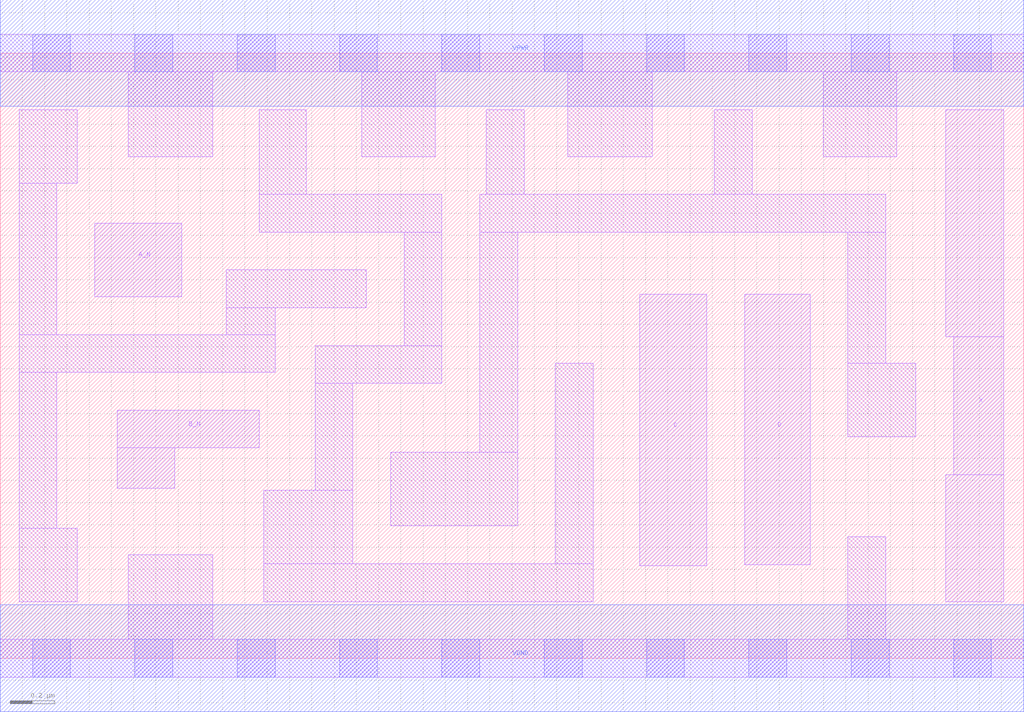
<source format=lef>
# Copyright 2020 The SkyWater PDK Authors
#
# Licensed under the Apache License, Version 2.0 (the "License");
# you may not use this file except in compliance with the License.
# You may obtain a copy of the License at
#
#     https://www.apache.org/licenses/LICENSE-2.0
#
# Unless required by applicable law or agreed to in writing, software
# distributed under the License is distributed on an "AS IS" BASIS,
# WITHOUT WARRANTIES OR CONDITIONS OF ANY KIND, either express or implied.
# See the License for the specific language governing permissions and
# limitations under the License.
#
# SPDX-License-Identifier: Apache-2.0

VERSION 5.7 ;
  NAMESCASESENSITIVE ON ;
  NOWIREEXTENSIONATPIN ON ;
  DIVIDERCHAR "/" ;
  BUSBITCHARS "[]" ;
UNITS
  DATABASE MICRONS 200 ;
END UNITS
PROPERTYDEFINITIONS
  MACRO maskLayoutSubType STRING ;
  MACRO prCellType STRING ;
  MACRO originalViewName STRING ;
END PROPERTYDEFINITIONS
MACRO sky130_fd_sc_hdll__and4bb_1
  CLASS CORE ;
  FOREIGN sky130_fd_sc_hdll__and4bb_1 ;
  ORIGIN  0.000000  0.000000 ;
  SIZE  4.600000 BY  2.720000 ;
  SYMMETRY X Y R90 ;
  SITE unithd ;
  PIN A_N
    ANTENNAGATEAREA  0.138600 ;
    DIRECTION INPUT ;
    USE SIGNAL ;
    PORT
      LAYER li1 ;
        RECT 0.425000 1.625000 0.815000 1.955000 ;
    END
  END A_N
  PIN B_N
    ANTENNAGATEAREA  0.138600 ;
    DIRECTION INPUT ;
    USE SIGNAL ;
    PORT
      LAYER li1 ;
        RECT 0.525000 0.765000 0.785000 0.945000 ;
        RECT 0.525000 0.945000 1.165000 1.115000 ;
    END
  END B_N
  PIN C
    ANTENNAGATEAREA  0.138600 ;
    DIRECTION INPUT ;
    USE SIGNAL ;
    PORT
      LAYER li1 ;
        RECT 2.875000 0.415000 3.175000 1.635000 ;
    END
  END C
  PIN D
    ANTENNAGATEAREA  0.138600 ;
    DIRECTION INPUT ;
    USE SIGNAL ;
    PORT
      LAYER li1 ;
        RECT 3.345000 0.420000 3.640000 1.635000 ;
    END
  END D
  PIN X
    ANTENNADIFFAREA  0.439000 ;
    DIRECTION OUTPUT ;
    USE SIGNAL ;
    PORT
      LAYER li1 ;
        RECT 4.250000 0.255000 4.510000 0.825000 ;
        RECT 4.250000 1.445000 4.510000 2.465000 ;
        RECT 4.285000 0.825000 4.510000 1.445000 ;
    END
  END X
  PIN VGND
    DIRECTION INOUT ;
    USE GROUND ;
    PORT
      LAYER met1 ;
        RECT 0.000000 -0.240000 4.600000 0.240000 ;
    END
  END VGND
  PIN VPWR
    DIRECTION INOUT ;
    USE POWER ;
    PORT
      LAYER met1 ;
        RECT 0.000000 2.480000 4.600000 2.960000 ;
    END
  END VPWR
  OBS
    LAYER li1 ;
      RECT 0.000000 -0.085000 4.600000 0.085000 ;
      RECT 0.000000  2.635000 4.600000 2.805000 ;
      RECT 0.085000  0.255000 0.345000 0.585000 ;
      RECT 0.085000  0.585000 0.255000 1.285000 ;
      RECT 0.085000  1.285000 1.235000 1.455000 ;
      RECT 0.085000  1.455000 0.255000 2.135000 ;
      RECT 0.085000  2.135000 0.345000 2.465000 ;
      RECT 0.575000  0.085000 0.955000 0.465000 ;
      RECT 0.575000  2.255000 0.955000 2.635000 ;
      RECT 1.015000  1.455000 1.235000 1.575000 ;
      RECT 1.015000  1.575000 1.645000 1.745000 ;
      RECT 1.165000  1.915000 1.985000 2.085000 ;
      RECT 1.165000  2.085000 1.375000 2.465000 ;
      RECT 1.185000  0.255000 2.665000 0.425000 ;
      RECT 1.185000  0.425000 1.585000 0.755000 ;
      RECT 1.415000  0.755000 1.585000 1.235000 ;
      RECT 1.415000  1.235000 1.985000 1.405000 ;
      RECT 1.625000  2.255000 1.955000 2.635000 ;
      RECT 1.755000  0.595000 2.325000 0.925000 ;
      RECT 1.815000  1.405000 1.985000 1.915000 ;
      RECT 2.155000  0.925000 2.325000 1.915000 ;
      RECT 2.155000  1.915000 3.980000 2.085000 ;
      RECT 2.185000  2.085000 2.355000 2.465000 ;
      RECT 2.495000  0.425000 2.665000 1.325000 ;
      RECT 2.550000  2.255000 2.930000 2.635000 ;
      RECT 3.210000  2.085000 3.380000 2.465000 ;
      RECT 3.700000  2.255000 4.030000 2.635000 ;
      RECT 3.810000  0.085000 3.980000 0.545000 ;
      RECT 3.810000  0.995000 4.115000 1.325000 ;
      RECT 3.810000  1.325000 3.980000 1.915000 ;
    LAYER mcon ;
      RECT 0.145000 -0.085000 0.315000 0.085000 ;
      RECT 0.145000  2.635000 0.315000 2.805000 ;
      RECT 0.605000 -0.085000 0.775000 0.085000 ;
      RECT 0.605000  2.635000 0.775000 2.805000 ;
      RECT 1.065000 -0.085000 1.235000 0.085000 ;
      RECT 1.065000  2.635000 1.235000 2.805000 ;
      RECT 1.525000 -0.085000 1.695000 0.085000 ;
      RECT 1.525000  2.635000 1.695000 2.805000 ;
      RECT 1.985000 -0.085000 2.155000 0.085000 ;
      RECT 1.985000  2.635000 2.155000 2.805000 ;
      RECT 2.445000 -0.085000 2.615000 0.085000 ;
      RECT 2.445000  2.635000 2.615000 2.805000 ;
      RECT 2.905000 -0.085000 3.075000 0.085000 ;
      RECT 2.905000  2.635000 3.075000 2.805000 ;
      RECT 3.365000 -0.085000 3.535000 0.085000 ;
      RECT 3.365000  2.635000 3.535000 2.805000 ;
      RECT 3.825000 -0.085000 3.995000 0.085000 ;
      RECT 3.825000  2.635000 3.995000 2.805000 ;
      RECT 4.285000 -0.085000 4.455000 0.085000 ;
      RECT 4.285000  2.635000 4.455000 2.805000 ;
  END
  PROPERTY maskLayoutSubType "abstract" ;
  PROPERTY prCellType "standard" ;
  PROPERTY originalViewName "layout" ;
END sky130_fd_sc_hdll__and4bb_1

</source>
